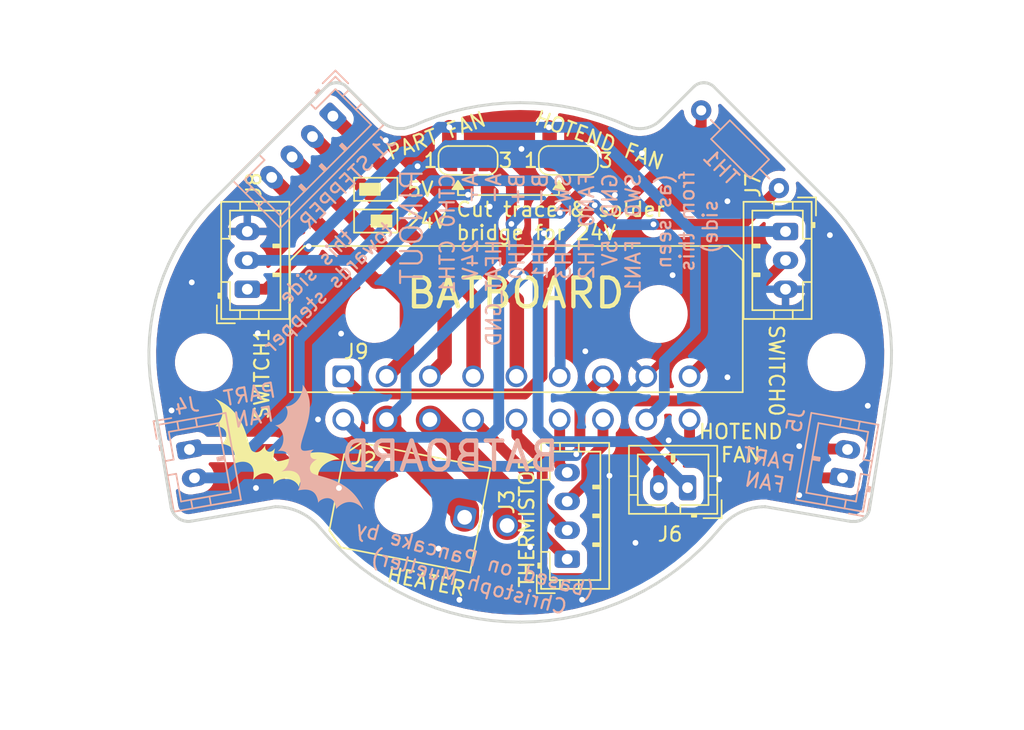
<source format=kicad_pcb>
(kicad_pcb (version 20211014) (generator pcbnew)
  (layers (0 "F.Cu" signal) (31 "B.Cu" signal) (34 "B.Paste" user) (35 "F.Paste" user) (36 "B.SilkS" user "B.Silkscreen") (37 "F.SilkS" user "F.Silkscreen") (38 "B.Mask" user) (39 "F.Mask" user) (44 "Edge.Cuts" user))
  (net 0 "")
  (net 1 "/B-")
  (net 2 "/B+")
  (net 3 "/A-")
  (net 4 "/A+")
  (net 5 "/therm1")
  (net 6 "/therm0")
  (net 7 "/fan0")
  (net 8 "+5V")
  (net 9 "/fan1")
  (net 10 "GND")
  (net 11 "/sw0")
  (net 12 "/sw1")
  (net 13 "/heat_gnd")
  (net 14 "+24V")
  (net 15 "/VFAN0")
  (net 16 "/VFAN1")
  (net 17 "/ctherm0")
  (net 18 "/ctherm1")
  (net 19 "/therm2")
  (net 20 "/therm3")
  (footprint "Connector_Molex:Molex_Micro-Fit_3.0_43045-0200_2x01_P3.00mm_Horizontal" (layer "F.Cu") (at 96.26 110.73 79)
    (fp_text reference "J2")
    (fp_text value "Conn_01x02_Female")
  )
  (footprint "Connector_JST:JST_PH_B4B-PH-K_1x04_P2.00mm_Vertical" (layer "F.Cu") (at 103.37 113.63 90)
    (fp_text reference "J3")
    (fp_text value "Conn_01x04_Female")
  )
  (footprint "Connector_JST:JST_PH_B2B-PH-K_1x02_P2.00mm_Vertical" (layer "F.Cu") (at 111.71 108.68 180)
    (fp_text reference "J6")
    (fp_text value "Conn_01x02_Female")
  )
  (footprint "Connector_JST:JST_PH_B3B-PH-K_1x03_P2.00mm_Vertical" (layer "F.Cu") (at 118.5 90.925 -90)
    (fp_text reference "J7")
    (fp_text value "Conn_01x03_Female")
  )
  (footprint "Connector_JST:JST_PH_B3B-PH-K_1x03_P2.00mm_Vertical" (layer "F.Cu") (at 81.2 94.925 90)
    (fp_text reference "J8")
    (fp_text value "Conn_01x03_Female")
  )
  (footprint "Connector_Molex:Molex_Micro-Fit_3.0_43045-1800_2x09_P3.00mm_Horizontal" (layer "F.Cu") (at 87.85 100.96)
    (fp_text reference "J9")
    (fp_text value "Conn_02x09_Counter_Clockwise")
  )
  (footprint "Jumper:SolderJumper-3_P1.3mm_Bridged12_RoundedPad1.0x1.5mm_NumberLabels" (layer "F.Cu") (at 96.5 86)
    (fp_text reference "J10" hide)
    (fp_text value "Conn_01x03_Female")
  )
  (footprint "Jumper:SolderJumper-3_P1.3mm_Bridged12_RoundedPad1.0x1.5mm_NumberLabels" (layer "F.Cu") (at 103.45 86)
    (fp_text reference "J11" hide)
    (fp_text value "Conn_01x03_Female")
  )
  (footprint "MountingHole:MountingHole_3mm" (layer "F.Cu") (at 122.03 99.99)
    (fp_text reference "REF**" hide)
    (fp_text value "MountingHole_3mm")
  )
  (footprint "MountingHole:MountingHole_3mm" (layer "F.Cu") (at 78.19 100)
    (fp_text reference "REF**" hide)
    (fp_text value "MountingHole_3mm")
  )
  (footprint "logos:Bat_Logo" (layer "F.Cu") (at 78.91 101.22)
    (fp_text reference "svg2mod" hide)
    (fp_text value "G***" hide)
  )
  (footprint "Connector_JST:JST_PH_B4B-PH-K_1x04_P2.00mm_Vertical" (layer "B.Cu") (at 87.13 82.93 -135)
    (fp_text reference "J1")
    (fp_text value "Conn_01x04_Female")
  )
  (footprint "Connector_JST:JST_PH_B2B-PH-K_1x02_P2.00mm_Vertical" (layer "B.Cu") (at 77.19 106.03 -80)
    (fp_text reference "J4")
    (fp_text value "Conn_01x02_Female")
  )
  (footprint "Connector_JST:JST_PH_B2B-PH-K_1x02_P2.00mm_Vertical" (layer "B.Cu") (at 122.45 108 80)
    (fp_text reference "J5")
    (fp_text value "Conn_01x02_Female")
  )
  (footprint "Resistor_THT:R_Axial_DIN0204_L3.6mm_D1.6mm_P7.62mm_Horizontal" (layer "B.Cu") (at 112.655924 82.530924 -45)
    (fp_text reference "TH1")
    (fp_text value "Thermistor_NTC")
  )
  (footprint "logos:Bat_Logo" (layer "B.Cu") (at 90.539639 110.234766 90)
    (fp_text reference "svg2mod" hide)
    (fp_text value "G***" hide)
  )
  (gr_line (start 95.8 88) (end 95.8 88.4) (layer "F.SilkS") (width 0.12))
  (gr_line (start 91.6 87.2) (end 88.6 87.2) (layer "F.SilkS") (width 0.12))
  (gr_poly (pts (xy 91.2 90.6) (xy 89.8 90.6) (xy 89.8 89.8) (xy 91.2 89.8)) (layer "F.SilkS") (width 0.1) (fill solid))
  (gr_line (start 91.6 89.4) (end 88.6 89.4) (layer "F.SilkS") (width 0.12))
  (gr_line (start 88.6 91) (end 91.6 91) (layer "F.SilkS") (width 0.12))
  (gr_line (start 88.6 89.4) (end 88.6 91) (layer "F.SilkS") (width 0.12))
  (gr_line (start 91.6 91) (end 91.6 89.4) (layer "F.SilkS") (width 0.12))
  (gr_poly (pts (xy 96.2 88) (xy 95.4 88) (xy 95.8 87.4)) (layer "F.SilkS") (width 0.1) (fill solid))
  (gr_line (start 102.8 88) (end 102.8 88.4) (layer "F.SilkS") (width 0.12))
  (gr_line (start 88.6 88.8) (end 91.6 88.8) (layer "F.SilkS") (width 0.12))
  (gr_line (start 91.6 88.8) (end 91.6 87.2) (layer "F.SilkS") (width 0.12))
  (gr_line (start 88.6 87.2) (end 88.6 88.8) (layer "F.SilkS") (width 0.12))
  (gr_line (start 102.8 88.4) (end 95.8 88.4) (layer "F.SilkS") (width 0.12))
  (gr_poly (pts (xy 90.4 88.4) (xy 89 88.4) (xy 89 87.6) (xy 90.4 87.6)) (layer "F.SilkS") (width 0.1) (fill solid))
  (gr_line (start 95.8 88.4) (end 95.8 88) (layer "F.SilkS") (width 0.12))
  (gr_poly (pts (xy 103.2 88) (xy 102.4 88) (xy 102.8 87.4)) (layer "F.SilkS") (width 0.1) (fill solid))
  (gr_line (start 103.911834 82.401619) (end 102.969028 82.224177) (layer "Edge.Cuts") (width 0.2))
  (gr_line (start 76.38747 110.771757) (end 76.438805 110.808068) (layer "Edge.Cuts") (width 0.2))
  (gr_line (start 94.258689 117.017922) (end 95.199036 117.312793) (layer "Edge.Cuts") (width 0.2))
  (gr_line (start 87.714623 80.667351) (end 87.668519 80.652479) (layer "Edge.Cuts") (width 0.2))
  (gr_line (start 87.934038 80.776032) (end 87.891932 80.74972) (layer "Edge.Cuts") (width 0.2))
  (gr_line (start 95.199036 117.312793) (end 96.156164 117.556207) (layer "Edge.Cuts") (width 0.2))
  (gr_line (start 108.46792 83.797836) (end 108.317883 83.79662) (layer "Edge.Cuts") (width 0.2))
  (gr_line (start 123.672433 110.947499) (end 123.71529 110.92989) (layer "Edge.Cuts") (width 0.2))
  (gr_line (start 124.311699 110.196069) (end 125.311699 103.996049) (layer "Edge.Cuts") (width 0.2))
  (gr_line (start 76.125924 92.387387) (end 75.735343 93.179196) (layer "Edge.Cuts") (width 0.2))
  (gr_line (start 76.338283 110.733051) (end 76.38747 110.771757) (layer "Edge.Cuts") (width 0.2))
  (gr_line (start 86.887103 112.207131) (end 87.584675 112.921856) (layer "Edge.Cuts") (width 0.2))
  (gr_line (start 114.808568 110.705064) (end 114.631489 110.83471) (layer "Edge.Cuts") (width 0.2))
  (gr_line (start 97.254377 82.224177) (end 96.311571 82.401619) (layer "Edge.Cuts") (width 0.2))
  (gr_line (start 97.128034 117.747203) (end 98.112606 117.884818) (layer "Edge.Cuts") (width 0.2))
  (gr_line (start 113.336302 112.207131) (end 113.996705 111.450563) (layer "Edge.Cuts") (width 0.2))
  (gr_line (start 76.717191 110.94709) (end 76.776111 110.966029) (layer "Edge.Cuts") (width 0.2))
  (gr_line (start 121.453301 88.81067) (end 121.453301 88.81067) (layer "Edge.Cuts") (width 0.2))
  (gr_line (start 74.419896 98.278155) (end 74.513166 97.398027) (layer "Edge.Cuts") (width 0.2))
  (gr_line (start 85.231309 110.585571) (end 85.414835 110.705064) (layer "Edge.Cuts") (width 0.2))
  (gr_line (start 86.676705 80.904161) (end 78.770104 88.81067) (layer "Edge.Cuts") (width 0.2))
  (gr_line (start 88.053599 80.868696) (end 88.01496 80.83552) (layer "Edge.Cuts") (width 0.2))
  (gr_line (start 123.2062 111.011369) (end 123.255021 111.014816) (layer "Edge.Cuts") (width 0.2))
  (gr_line (start 76.896252 110.994865) (end 76.957239 111.004716) (layer "Edge.Cuts") (width 0.2))
  (gr_line (start 121.453301 88.81067) (end 113.5467 80.904161) (layer "Edge.Cuts") (width 0.2))
  (gr_line (start 86.2267 111.450563) (end 86.079939 111.282436) (layer "Edge.Cuts") (width 0.2))
  (gr_line (start 92.07 83.784082) (end 91.606143 83.787844) (layer "Edge.Cuts") (width 0.2))
  (gr_line (start 96.311571 82.401619) (end 95.377026 82.629759) (layer "Edge.Cuts") (width 0.2))
  (gr_line (start 124.191743 110.507235) (end 124.214592 110.466205) (layer "Edge.Cuts") (width 0.2))
  (gr_line (start 124.167148 110.547009) (end 124.191743 110.507235) (layer "Edge.Cuts") (width 0.2))
  (gr_line (start 122.646359 90.15598) (end 122.071917 89.46761) (layer "Edge.Cuts") (width 0.2))
  (gr_line (start 109.194801 83.638145) (end 109.054678 83.691796) (layer "Edge.Cuts") (width 0.2))
  (gr_line (start 92.436491 116.277653) (end 93.33716 116.672554) (layer "Edge.Cuts") (width 0.2))
  (gr_line (start 75.923983 110.057742) (end 75.939319 110.118431) (layer "Edge.Cuts") (width 0.2))
  (gr_line (start 87.192806 80.629599) (end 87.145724 80.639895) (layer "Edge.Cuts") (width 0.2))
  (gr_line (start 112.289367 80.776032) (end 112.331473 80.74972) (layer "Edge.Cuts") (width 0.2))
  (gr_line (start 122.97197 111.009095) (end 122.925435 111.003294) (layer "Edge.Cuts") (width 0.2))
  (gr_line (start 76.246617 110.648863) (end 76.291311 110.692053) (layer "Edge.Cuts") (width 0.2))
  (gr_line (start 112.208445 80.83552) (end 112.169806 80.868696) (layer "Edge.Cuts") (width 0.2))
  (gr_line (start 87.335831 80.612439) (end 87.287949 80.615871) (layer "Edge.Cuts") (width 0.2))
  (gr_line (start 87.52736 80.621591) (end 87.479655 80.615871) (layer "Edge.Cuts") (width 0.2))
  (gr_line (start 86.792531 80.804632) (end 86.752649 80.83552) (layer "Edge.Cuts") (width 0.2))
  (gr_line (start 115.376675 110.377902) (end 115.181614 110.476446) (layer "Edge.Cuts") (width 0.2))
  (gr_line (start 124.08347 110.658353) (end 124.112952 110.622611) (layer "Edge.Cuts") (width 0.2))
  (gr_line (start 125.768083 100.951163) (end 125.833149 100.056951) (layer "Edge.Cuts") (width 0.2))
  (gr_line (start 112.169806 80.868696) (end 112.1325 80.904161) (layer "Edge.Cuts") (width 0.2))
  (gr_line (start 123.159327 111.014485) (end 123.2062 111.011369) (layer "Edge.Cuts") (width 0.2))
  (gr_line (start 77.328595 110.998499) (end 77.390297 110.986367) (layer "Edge.Cuts") (width 0.2))
  (gr_line (start 123.065513 111.015357) (end 123.018681 111.013116) (layer "Edge.Cuts") (width 0.2))
  (gr_line (start 122.833108 110.986367) (end 117.082306 109.996064) (layer "Edge.Cuts") (width 0.2))
  (gr_line (start 74.574608 101.845613) (end 74.574608 101.845613) (layer "Edge.Cuts") (width 0.2))
  (gr_line (start 100.111702 81.996038) (end 99.156507 82.021386) (layer "Edge.Cuts") (width 0.2))
  (gr_line (start 77.266643 111.007424) (end 77.328595 110.998499) (layer "Edge.Cuts") (width 0.2))
  (gr_line (start 77.142458 111.01574) (end 77.204558 111.013163) (layer "Edge.Cuts") (width 0.2))
  (gr_line (start 102.110799 117.884818) (end 103.095371 117.747203) (layer "Edge.Cuts") (width 0.2))
  (gr_line (start 85.231309 110.585571) (end 85.041788 110.476446) (layer "Edge.Cuts") (width 0.2))
  (gr_line (start 123.35161 111.014849) (end 123.399261 111.011522) (layer "Edge.Cuts") (width 0.2))
  (gr_line (start 76.563546 91.618097) (end 77.047492 90.873552) (layer "Edge.Cuts") (width 0.2))
  (gr_line (start 85.414835 110.705064) (end 85.591914 110.83471) (layer "Edge.Cuts") (width 0.2))
  (gr_line (start 105.024369 117.312793) (end 105.964716 117.017922) (layer "Edge.Cuts") (width 0.2))
  (gr_line (start 103.095371 117.747203) (end 104.067241 117.556207) (layer "Edge.Cuts") (width 0.2))
  (gr_line (start 100.111702 117.996064) (end 100.111702 117.996064) (layer "Edge.Cuts") (width 0.2))
  (gr_line (start 87.099086 80.652479) (end 87.052982 80.667351) (layer "Edge.Cuts") (width 0.2))
  (gr_line (start 123.538929 110.988691) (end 123.584194 110.976943) (layer "Edge.Cuts") (width 0.2))
  (gr_line (start 87.760106 80.684511) (end 87.714623 80.667351) (layer "Edge.Cuts") (width 0.2))
  (gr_line (start 112.935456 80.615871) (end 112.983161 80.621591) (layer "Edge.Cuts") (width 0.2))
  (gr_line (start 124.020033 110.7255) (end 124.052477 110.692664) (layer "Edge.Cuts") (width 0.2))
  (gr_line (start 85.041788 110.476446) (end 84.846726 110.377902) (layer "Edge.Cuts") (width 0.2))
  (gr_line (start 87.479655 80.615871) (end 87.431773 80.612439) (layer "Edge.Cuts") (width 0.2))
  (gr_line (start 76.776111 110.966029) (end 76.835837 110.981961) (layer "Edge.Cuts") (width 0.2))
  (gr_line (start 124.311699 110.196069) (end 124.311699 110.196069) (layer "Edge.Cuts") (width 0.2))
  (gr_line (start 108.0183 83.760103) (end 107.870042 83.724569) (layer "Edge.Cuts") (width 0.2))
  (gr_line (start 102.020028 82.097433) (end 101.066898 82.021386) (layer "Edge.Cuts") (width 0.2))
  (gr_line (start 109.331009 83.573869) (end 109.194801 83.638145) (layer "Edge.Cuts") (width 0.2))
  (gr_line (start 123.914578 110.814728) (end 123.951024 110.786576) (layer "Edge.Cuts") (width 0.2))
  (gr_line (start 117.082306 109.996064) (end 117.082306 109.996064) (layer "Edge.Cuts") (width 0.2))
  (gr_line (start 75.939319 110.118431) (end 75.957648 110.17803) (layer "Edge.Cuts") (width 0.2))
  (gr_line (start 123.584194 110.976943) (end 123.628715 110.963197) (layer "Edge.Cuts") (width 0.2))
  (gr_line (start 123.255021 111.014816) (end 123.30351 111.015961) (layer "Edge.Cuts") (width 0.2))
  (gr_line (start 112.248328 80.804632) (end 112.208445 80.83552) (layer "Edge.Cuts") (width 0.2))
  (gr_line (start 76.491929 110.841708) (end 76.546448 110.872453) (layer "Edge.Cuts") (width 0.2))
  (gr_line (start 125.36895 103.617122) (end 125.395429 103.42735) (layer "Edge.Cuts") (width 0.2))
  (gr_line (start 76.00303 110.293561) (end 76.029951 110.349291) (layer "Edge.Cuts") (width 0.2))
  (gr_line (start 125.803509 98.278155) (end 125.710238 97.398027) (layer "Edge.Cuts") (width 0.2))
  (gr_line (start 117.082306 109.996064) (end 117.082306 109.996064) (layer "Edge.Cuts") (width 0.2))
  (gr_line (start 76.835837 110.981961) (end 76.896252 110.994865) (layer "Edge.Cuts") (width 0.2))
  (gr_line (start 74.390259 100.056951) (end 74.378688 99.165206) (layer "Edge.Cuts") (width 0.2))
  (gr_line (start 86.833569 80.776032) (end 86.792531 80.804632) (layer "Edge.Cuts") (width 0.2))
  (gr_line (start 106.886245 116.672554) (end 107.786914 116.277653) (layer "Edge.Cuts") (width 0.2))
  (gr_line (start 124.235635 110.423962) (end 124.254814 110.380549) (layer "Edge.Cuts") (width 0.2))
  (gr_line (start 86.875674 80.74972) (end 86.833569 80.776032) (layer "Edge.Cuts") (width 0.2))
  (gr_line (start 83.80415 110.051361) (end 83.585353 110.020783) (layer "Edge.Cuts") (width 0.2))
  (gr_line (start 75.957648 110.17803) (end 75.978907 110.23644) (layer "Edge.Cuts") (width 0.2))
  (gr_line (start 124.28734 110.290387) (end 124.30057 110.243726) (layer "Edge.Cuts") (width 0.2))
  (gr_line (start 86.676705 80.904161) (end 86.676705 80.904161) (layer "Edge.Cuts") (width 0.2))
  (gr_line (start 89.88002 114.805355) (end 90.705881 115.343092) (layer "Edge.Cuts") (width 0.2))
  (gr_line (start 124.09748 92.387387) (end 123.659858 91.618097) (layer "Edge.Cuts") (width 0.2))
  (gr_line (start 114.631489 110.83471) (end 114.461311 110.974296) (layer "Edge.Cuts") (width 0.2))
  (gr_line (start 107.723665 83.677361) (end 107.651382 83.649343) (layer "Edge.Cuts") (width 0.2))
  (gr_line (start 93.33716 116.672554) (end 94.258689 117.017922) (layer "Edge.Cuts") (width 0.2))
  (gr_line (start 117.082306 109.996064) (end 117.082306 109.996064) (layer "Edge.Cuts") (width 0.2))
  (gr_line (start 94.452806 82.908596) (end 93.540976 83.238131) (layer "Edge.Cuts") (width 0.2))
  (gr_line (start 88.01496 80.83552) (end 87.975076 80.804632) (layer "Edge.Cuts") (width 0.2))
  (gr_line (start 85.591914 110.83471) (end 85.762094 110.974296) (layer "Edge.Cuts") (width 0.2))
  (gr_line (start 87.804878 80.703959) (end 87.760106 80.684511) (layer "Edge.Cuts") (width 0.2))
  (gr_line (start 86.2267 111.450563) (end 86.2267 111.450563) (layer "Edge.Cuts") (width 0.2))
  (gr_line (start 74.574608 101.845613) (end 75.911706 109.996064) (layer "Edge.Cuts") (width 0.2))
  (gr_line (start 112.839603 80.611295) (end 112.887574 80.612439) (layer "Edge.Cuts") (width 0.2))
  (gr_line (start 109.767612 83.266926) (end 109.709705 83.318466) (layer "Edge.Cuts") (width 0.2))
  (gr_line (start 87.007499 80.684511) (end 86.962728 80.703959) (layer "Edge.Cuts") (width 0.2))
  (gr_line (start 86.71401 80.868696) (end 86.676705 80.904161) (layer "Edge.Cuts") (width 0.2))
  (gr_line (start 75.911706 109.996064) (end 75.923983 110.057742) (layer "Edge.Cuts") (width 0.2))
  (gr_line (start 125.125227 94.821454) (end 124.830882 93.991294) (layer "Edge.Cuts") (width 0.2))
  (gr_line (start 87.145724 80.639895) (end 87.099086 80.652479) (layer "Edge.Cuts") (width 0.2))
  (gr_line (start 76.164326 110.556304) (end 76.204267 110.60358) (layer "Edge.Cuts") (width 0.2))
  (gr_line (start 116.638052 110.020783) (end 116.859221 110.00228) (layer "Edge.Cuts") (width 0.2))
  (gr_line (start 116.638045 110.020783) (end 116.419248 110.051361) (layer "Edge.Cuts") (width 0.2))
  (gr_line (start 115.78161 110.213409) (end 115.576825 110.290152) (layer "Edge.Cuts") (width 0.2))
  (gr_line (start 76.204267 110.60358) (end 76.246617 110.648863) (layer "Edge.Cuts") (width 0.2))
  (gr_line (start 123.399261 111.011522) (end 123.446404 111.006025) (layer "Edge.Cuts") (width 0.2))
  (gr_line (start 105.770599 82.908596) (end 104.846379 82.629759) (layer "Edge.Cuts") (width 0.2))
  (gr_line (start 112.554886 80.652479) (end 112.601525 80.639895) (layer "Edge.Cuts") (width 0.2))
  (gr_line (start 112.508782 80.667351) (end 112.463299 80.684511) (layer "Edge.Cuts") (width 0.2))
  (gr_line (start 125.420502 103.237382) (end 125.420502 103.237382) (layer "Edge.Cuts") (width 0.2))
  (gr_line (start 98.203377 82.097433) (end 97.254377 82.224177) (layer "Edge.Cuts") (width 0.2))
  (gr_line (start 78.151488 89.46761) (end 78.770104 88.81067) (layer "Edge.Cuts") (width 0.2))
  (gr_line (start 125.311699 103.996049) (end 125.341047 103.806691) (layer "Edge.Cuts") (width 0.2))
  (gr_line (start 76.291311 110.692053) (end 76.338283 110.733051) (layer "Edge.Cuts") (width 0.2))
  (gr_line (start 87.891932 80.74972) (end 87.848849 80.725696) (layer "Edge.Cuts") (width 0.2))
  (gr_line (start 113.470756 80.83552) (end 113.509395 80.868696) (layer "Edge.Cuts") (width 0.2))
  (gr_line (start 84.020124 110.0938) (end 84.232822 110.147888) (layer "Edge.Cuts") (width 0.2))
  (gr_line (start 95.377026 82.629759) (end 94.452806 82.908596) (layer "Edge.Cuts") (width 0.2))
  (gr_line (start 113.170423 80.667351) (end 113.215906 80.684511) (layer "Edge.Cuts") (width 0.2))
  (gr_line (start 122.87913 110.995718) (end 122.833108 110.986367) (layer "Edge.Cuts") (width 0.2))
  (gr_line (start 123.951024 110.786576) (end 123.986195 110.756819) (layer "Edge.Cuts") (width 0.2))
  (gr_line (start 76.602242 110.900279) (end 76.659196 110.925166) (layer "Edge.Cuts") (width 0.2))
  (gr_line (start 112.648607 80.629599) (end 112.696045 80.621591) (layer "Edge.Cuts") (width 0.2))
  (gr_line (start 87.052982 80.667351) (end 87.007499 80.684511) (layer "Edge.Cuts") (width 0.2))
  (gr_line (start 123.876916 110.841232) (end 123.914578 110.814728) (layer "Edge.Cuts") (width 0.2))
  (gr_line (start 123.446404 111.006025) (end 123.492979 110.9984) (layer "Edge.Cuts") (width 0.2))
  (gr_line (start 108.617262 83.787844) (end 108.46792 83.797836) (layer "Edge.Cuts") (width 0.2))
  (gr_line (start 112.508782 80.667351) (end 112.554886 80.652479) (layer "Edge.Cuts") (width 0.2))
  (gr_line (start 114.461311 110.974296) (end 114.298485 111.123609) (layer "Edge.Cuts") (width 0.2))
  (gr_line (start 112.289367 80.776032) (end 112.248328 80.804632) (layer "Edge.Cuts") (width 0.2))
  (gr_line (start 87.848849 80.725696) (end 87.804878 80.703959) (layer "Edge.Cuts") (width 0.2))
  (gr_line (start 87.383802 80.611295) (end 87.335831 80.612439) (layer "Edge.Cuts") (width 0.2))
  (gr_line (start 75.978907 110.23644) (end 76.00303 110.293561) (layer "Edge.Cuts") (width 0.2))
  (gr_line (start 76.438805 110.808068) (end 76.491929 110.841708) (layer "Edge.Cuts") (width 0.2))
  (gr_line (start 124.052477 110.692664) (end 124.08347 110.658353) (layer "Edge.Cuts") (width 0.2))
  (gr_line (start 109.462658 83.499086) (end 109.331009 83.573869) (layer "Edge.Cuts") (width 0.2))
  (gr_line (start 125.420502 103.237382) (end 125.648804 101.845613) (layer "Edge.Cuts") (width 0.2))
  (gr_line (start 104.846379 82.629759) (end 103.911834 82.401619) (layer "Edge.Cuts") (width 0.2))
  (gr_line (start 84.020124 110.0938) (end 83.80415 110.051361) (layer "Edge.Cuts") (width 0.2))
  (gr_line (start 87.287949 80.615871) (end 87.240244 80.621591) (layer "Edge.Cuts") (width 0.2))
  (gr_line (start 93.540976 83.238131) (end 92.643601 83.618364) (layer "Edge.Cuts") (width 0.2))
  (gr_line (start 102.969028 82.224177) (end 102.020028 82.097433) (layer "Edge.Cuts") (width 0.2))
  (gr_line (start 87.574798 80.629599) (end 87.52736 80.621591) (layer "Edge.Cuts") (width 0.2))
  (gr_line (start 101.115563 117.968093) (end 102.110799 117.884818) (layer "Edge.Cuts") (width 0.2))
  (gr_line (start 75.392521 93.991294) (end 75.098176 94.821454) (layer "Edge.Cuts") (width 0.2))
  (gr_line (start 76.126859 110.507138) (end 76.164326 110.556304) (layer "Edge.Cuts") (width 0.2))
  (gr_line (start 75.735343 93.179196) (end 75.392521 93.991294) (layer "Edge.Cuts") (width 0.2))
  (gr_line (start 124.272068 110.336009) (end 124.28734 110.290387) (layer "Edge.Cuts") (width 0.2))
  (gr_line (start 113.304648 80.725696) (end 113.347731 80.74972) (layer "Edge.Cuts") (width 0.2))
  (gr_line (start 83.585353 110.020783) (end 83.364184 110.00228) (layer "Edge.Cuts") (width 0.2))
  (gr_line (start 125.833149 100.056951) (end 125.844718 99.165206) (layer "Edge.Cuts") (width 0.2))
  (gr_line (start 96.156164 117.556207) (end 97.128034 117.747203) (layer "Edge.Cuts") (width 0.2))
  (gr_line (start 125.311699 103.996049) (end 125.311699 103.996049) (layer "Edge.Cuts") (width 0.2))
  (gr_line (start 111.906027 113.593776) (end 112.63873 112.921856) (layer "Edge.Cuts") (width 0.2))
  (gr_line (start 74.574608 101.845613) (end 74.455327 100.951163) (layer "Edge.Cuts") (width 0.2))
  (gr_line (start 115.990577 110.147888) (end 115.78161 110.213409) (layer "Edge.Cuts") (width 0.2))
  (gr_line (start 113.260677 80.703959) (end 113.304648 80.725696) (layer "Edge.Cuts") (width 0.2))
  (gr_line (start 88.090905 80.904161) (end 88.053599 80.868696) (layer "Edge.Cuts") (width 0.2))
  (gr_line (start 77.047492 90.873552) (end 77.577045 90.15598) (layer "Edge.Cuts") (width 0.2))
  (gr_line (start 112.696045 80.621591) (end 112.74375 80.615871) (layer "Edge.Cuts") (width 0.2))
  (gr_line (start 99.156507 82.021386) (end 98.203377 82.097433) (layer "Edge.Cuts") (width 0.2))
  (gr_line (start 111.140232 114.221929) (end 111.906027 113.593776) (layer "Edge.Cuts") (width 0.2))
  (gr_line (start 101.066898 82.021386) (end 100.111702 81.996038) (layer "Edge.Cuts") (width 0.2))
  (gr_line (start 108.911285 83.734708) (end 108.765265 83.766763) (layer "Edge.Cuts") (width 0.2))
  (gr_line (start 114.992094 110.585571) (end 114.808568 110.705064) (layer "Edge.Cuts") (width 0.2))
  (gr_line (start 87.62188 80.639895) (end 87.574798 80.629599) (layer "Edge.Cuts") (width 0.2))
  (gr_line (start 87.975076 80.804632) (end 87.934038 80.776032) (layer "Edge.Cuts") (width 0.2))
  (gr_line (start 112.601525 80.639895) (end 112.648607 80.629599) (layer "Edge.Cuts") (width 0.2))
  (gr_line (start 76.029951 110.349291) (end 76.059607 110.403531) (layer "Edge.Cuts") (width 0.2))
  (gr_line (start 115.181614 110.476446) (end 114.992094 110.585571) (layer "Edge.Cuts") (width 0.2))
  (gr_line (start 113.430874 80.804632) (end 113.470756 80.83552) (layer "Edge.Cuts") (width 0.2))
  (gr_line (start 112.74375 80.615871) (end 112.791632 80.612439) (layer "Edge.Cuts") (width 0.2))
  (gr_line (start 109.589105 83.413913) (end 109.462658 83.499086) (layer "Edge.Cuts") (width 0.2))
  (gr_line (start 86.752649 80.83552) (end 86.71401 80.868696) (layer "Edge.Cuts") (width 0.2))
  (gr_line (start 86.918757 80.725696) (end 86.875674 80.74972) (layer "Edge.Cuts") (width 0.2))
  (gr_line (start 86.2267 111.450563) (end 86.887103 112.207131) (layer "Edge.Cuts") (width 0.2))
  (gr_line (start 112.791632 80.612439) (end 112.839603 80.611295) (layer "Edge.Cuts") (width 0.2))
  (gr_line (start 100.111702 117.996064) (end 101.115563 117.968093) (layer "Edge.Cuts") (width 0.2))
  (gr_line (start 125.37038 95.667448) (end 125.125227 94.821454) (layer "Edge.Cuts") (width 0.2))
  (gr_line (start 123.986195 110.756819) (end 124.020033 110.7255) (layer "Edge.Cuts") (width 0.2))
  (gr_line (start 123.659858 91.618097) (end 123.175912 90.873552) (layer "Edge.Cuts") (width 0.2))
  (gr_line (start 99.107842 117.968093) (end 100.111702 117.996064) (layer "Edge.Cuts") (width 0.2))
  (gr_line (start 85.762094 110.974296) (end 85.92492 111.123609) (layer "Edge.Cuts") (width 0.2))
  (gr_line (start 77.204558 111.013163) (end 77.266643 111.007424) (layer "Edge.Cuts") (width 0.2))
  (gr_line (start 125.648804 101.845613) (end 125.768083 100.951163) (layer "Edge.Cuts") (width 0.2))
  (gr_line (start 112.418527 80.703959) (end 112.463299 80.684511) (layer "Edge.Cuts") (width 0.2))
  (gr_line (start 113.347731 80.74972) (end 113.389836 80.776032) (layer "Edge.Cuts") (width 0.2))
  (gr_line (start 109.823815 83.212861) (end 109.767612 83.266926) (layer "Edge.Cuts") (width 0.2))
  (gr_line (start 109.054678 83.691796) (end 108.911285 83.734708) (layer "Edge.Cuts") (width 0.2))
  (gr_line (start 106.682429 83.238131) (end 105.770599 82.908596) (layer "Edge.Cuts") (width 0.2))
  (gr_line (start 100.111702 117.996064) (end 100.111702 117.996064) (layer "Edge.Cuts") (width 0.2))
  (gr_line (start 123.757225 110.910416) (end 123.798181 110.889119) (layer "Edge.Cuts") (width 0.2))
  (gr_line (start 122.071917 89.46761) (end 121.453301 88.81067) (layer "Edge.Cuts") (width 0.2))
  (gr_line (start 113.124319 80.652479) (end 113.170423 80.667351) (layer "Edge.Cuts") (width 0.2))
  (gr_line (start 123.159327 111.014485) (end 123.112413 111.015814) (layer "Edge.Cuts") (width 0.2))
  (gr_line (start 108.317883 83.79662) (end 108.167795 83.784082) (layer "Edge.Cuts") (width 0.2))
  (gr_line (start 76.957239 111.004716) (end 77.018681 111.011494) (layer "Edge.Cuts") (width 0.2))
  (gr_line (start 85.92492 111.123609) (end 86.079939 111.282436) (layer "Edge.Cuts") (width 0.2))
  (gr_line (start 113.509395 80.868696) (end 113.5467 80.904161) (layer "Edge.Cuts") (width 0.2))
  (gr_line (start 83.364184 110.00228) (end 83.141099 109.996064) (layer "Edge.Cuts") (width 0.2))
  (gr_line (start 74.513166 97.398027) (end 74.65778 96.527049) (layer "Edge.Cuts") (width 0.2))
  (gr_line (start 112.63873 112.921856) (end 113.336302 112.207131) (layer "Edge.Cuts") (width 0.2))
  (gr_line (start 88.317378 113.593776) (end 89.083172 114.221929) (layer "Edge.Cuts") (width 0.2))
  (gr_line (start 125.844718 99.165206) (end 125.803509 98.278155) (layer "Edge.Cuts") (width 0.2))
  (gr_line (start 84.646576 110.290152) (end 84.846726 110.377902) (layer "Edge.Cuts") (width 0.2))
  (gr_line (start 110.343385 114.805355) (end 111.140232 114.221929) (layer "Edge.Cuts") (width 0.2))
  (gr_line (start 112.331473 80.74972) (end 112.374556 80.725696) (layer "Edge.Cuts") (width 0.2))
  (gr_line (start 113.077681 80.639895) (end 113.124319 80.652479) (layer "Edge.Cuts") (width 0.2))
  (gr_line (start 124.48806 93.179196) (end 124.09748 92.387387) (layer "Edge.Cuts") (width 0.2))
  (gr_line (start 78.151488 89.46761) (end 77.577045 90.15598) (layer "Edge.Cuts") (width 0.2))
  (gr_line (start 124.830882 93.991294) (end 124.48806 93.179196) (layer "Edge.Cuts") (width 0.2))
  (gr_line (start 87.584675 112.921856) (end 88.317378 113.593776) (layer "Edge.Cuts") (width 0.2))
  (gr_line (start 76.091931 110.45618) (end 76.126859 110.507138) (layer "Edge.Cuts") (width 0.2))
  (gr_line (start 84.44179 110.213409) (end 84.646576 110.290152) (layer "Edge.Cuts") (width 0.2))
  (gr_line (start 125.710238 97.398027) (end 125.565623 96.527049) (layer "Edge.Cuts") (width 0.2))
  (gr_line (start 112.887574 80.612439) (end 112.935456 80.615871) (layer "Edge.Cuts") (width 0.2))
  (gr_line (start 125.395429 103.42735) (end 125.420502 103.237382) (layer "Edge.Cuts") (width 0.2))
  (gr_line (start 124.112952 110.622611) (end 124.140864 110.585482) (layer "Edge.Cuts") (width 0.2))
  (gr_line (start 113.996705 111.450563) (end 113.996705 111.450563) (layer "Edge.Cuts") (width 0.2))
  (gr_line (start 91.606143 83.787844) (end 91.45814 83.766763) (layer "Edge.Cuts") (width 0.2))
  (gr_line (start 122.925435 111.003294) (end 122.87913 110.995718) (layer "Edge.Cuts") (width 0.2))
  (gr_line (start 123.30351 111.015961) (end 123.35161 111.014849) (layer "Edge.Cuts") (width 0.2))
  (gr_line (start 112.1325 80.904161) (end 109.823815 83.212861) (layer "Edge.Cuts") (width 0.2))
  (gr_line (start 114.143465 111.282436) (end 113.996705 111.450563) (layer "Edge.Cuts") (width 0.2))
  (gr_line (start 113.030599 80.629599) (end 113.077681 80.639895) (layer "Edge.Cuts") (width 0.2))
  (gr_line (start 91.028604 83.638145) (end 91.45814 83.766763) (layer "Edge.Cuts") (width 0.2))
  (gr_line (start 124.214592 110.466205) (end 124.235635 110.423962) (layer "Edge.Cuts") (width 0.2))
  (gr_line (start 87.431773 80.612439) (end 87.383802 80.611295) (layer "Edge.Cuts") (width 0.2))
  (gr_line (start 84.232822 110.147888) (end 84.44179 110.213409) (layer "Edge.Cuts") (width 0.2))
  (gr_line (start 113.996705 111.450563) (end 113.996705 111.450563) (layer "Edge.Cuts") (width 0.2))
  (gr_line (start 123.492979 110.9984) (end 123.538929 110.988691) (layer "Edge.Cuts") (width 0.2))
  (gr_line (start 124.254814 110.380549) (end 124.272068 110.336009) (layer "Edge.Cuts") (width 0.2))
  (gr_line (start 125.341047 103.806691) (end 125.36895 103.617122) (layer "Edge.Cuts") (width 0.2))
  (gr_line (start 108.765265 83.766763) (end 108.617262 83.787844) (layer "Edge.Cuts") (width 0.2))
  (gr_line (start 78.770104 88.81067) (end 78.770104 88.81067) (layer "Edge.Cuts") (width 0.2))
  (gr_line (start 123.628715 110.963197) (end 123.672433 110.947499) (layer "Edge.Cuts") (width 0.2))
  (gr_line (start 90.892396 83.573869) (end 90.6343 83.413913) (layer "Edge.Cuts") (width 0.2))
  (gr_line (start 76.125924 92.387387) (end 76.563546 91.618097) (layer "Edge.Cuts") (width 0.2))
  (gr_line (start 114.298485 111.123609) (end 114.143465 111.282436) (layer "Edge.Cuts") (width 0.2))
  (gr_line (start 77.390297 110.986367) (end 83.141099 109.996064) (layer "Edge.Cuts") (width 0.2))
  (gr_line (start 77.08046 111.015176) (end 77.142458 111.01574) (layer "Edge.Cuts") (width 0.2))
  (gr_line (start 74.378688 99.165206) (end 74.419896 98.278155) (layer "Edge.Cuts") (width 0.2))
  (gr_line (start 108.167795 83.784082) (end 108.0183 83.760103) (layer "Edge.Cuts") (width 0.2))
  (gr_line (start 112.983161 80.621591) (end 113.030599 80.629599) (layer "Edge.Cuts") (width 0.2))
  (gr_line (start 107.870042 83.724569) (end 107.723665 83.677361) (layer "Edge.Cuts") (width 0.2))
  (gr_line (start 90.6343 83.413913) (end 90.5137 83.318466) (layer "Edge.Cuts") (width 0.2))
  (gr_line (start 90.455793 83.266926) (end 88.090905 80.904161) (layer "Edge.Cuts") (width 0.2))
  (gr_line (start 107.651382 83.649343) (end 107.579812 83.618364) (layer "Edge.Cuts") (width 0.2))
  (gr_line (start 109.517524 115.343092) (end 110.343385 114.805355) (layer "Edge.Cuts") (width 0.2))
  (gr_line (start 91.028604 83.638145) (end 90.892396 83.573869) (layer "Edge.Cuts") (width 0.2))
  (gr_line (start 116.419248 110.051361) (end 116.203274 110.0938) (layer "Edge.Cuts") (width 0.2))
  (gr_line (start 116.203274 110.0938) (end 115.990577 110.147888) (layer "Edge.Cuts") (width 0.2))
  (gr_line (start 115.576825 110.290152) (end 115.376675 110.377902) (layer "Edge.Cuts") (width 0.2))
  (gr_line (start 109.823815 83.212861) (end 109.823815 83.212861) (layer "Edge.Cuts") (width 0.2))
  (gr_line (start 74.65778 96.527049) (end 74.853023 95.667448) (layer "Edge.Cuts") (width 0.2))
  (gr_line (start 90.705881 115.343092) (end 91.558718 115.834178) (layer "Edge.Cuts") (width 0.2))
  (gr_line (start 117.082299 109.996064) (end 116.859213 110.00228) (layer "Edge.Cuts") (width 0.2))
  (gr_line (start 76.659196 110.925166) (end 76.717191 110.94709) (layer "Edge.Cuts") (width 0.2))
  (gr_line (start 104.067241 117.556207) (end 105.024369 117.312793) (layer "Edge.Cuts") (width 0.2))
  (gr_line (start 123.71529 110.92989) (end 123.757225 110.910416) (layer "Edge.Cuts") (width 0.2))
  (gr_line (start 109.709705 83.318466) (end 109.589105 83.413913) (layer "Edge.Cuts") (width 0.2))
  (gr_line (start 112.418527 80.703959) (end 112.374556 80.725696) (layer "Edge.Cuts") (width 0.2))
  (gr_line (start 125.565623 96.527049) (end 125.37038 95.667448) (layer "Edge.Cuts") (width 0.2))
  (gr_line (start 92.643601 83.618364) (end 92.07 83.784082) (layer "Edge.Cuts") (width 0.2))
  (gr_line (start 113.215906 80.684511) (end 113.260677 80.703959) (layer "Edge.Cuts") (width 0.2))
  (gr_line (start 124.140864 110.585482) (end 124.167148 110.547009) (layer "Edge.Cuts") (width 0.2))
  (gr_line (start 122.97197 111.009095) (end 123.018681 111.013116) (layer "Edge.Cuts") (width 0.2))
  (gr_line (start 123.798181 110.889119) (end 123.838097 110.866043) (layer "Edge.Cuts") (width 0.2))
  (gr_line (start 91.558718 115.834178) (end 92.436491 116.277653) (layer "Edge.Cuts") (width 0.2))
  (gr_line (start 98.112606 117.884818) (end 99.107842 117.968093) (layer "Edge.Cuts") (width 0.2))
  (gr_line (start 74.455327 100.951163) (end 74.390259 100.056951) (layer "Edge.Cuts") (width 0.2))
  (gr_line (start 123.112413 111.015814) (end 123.065513 111.015357) (layer "Edge.Cuts") (width 0.2))
  (gr_line (start 107.579804 83.618364) (end 106.682429 83.238131) (layer "Edge.Cuts") (width 0.2))
  (gr_line (start 108.664687 115.834178) (end 109.517524 115.343092) (layer "Edge.Cuts") (width 0.2))
  (gr_line (start 113.996705 111.450563) (end 113.996705 111.450563) (layer "Edge.Cuts") (width 0.2))
  (gr_line (start 107.786914 116.277653) (end 108.664687 115.834178) (layer "Edge.Cuts") (width 0.2))
  (gr_line (start 105.964716 117.017922) (end 106.886245 116.672554) (layer "Edge.Cuts") (width 0.2))
  (gr_line (start 90.455793 83.266926) (end 90.5137 83.318466) (layer "Edge.Cuts") (width 0.2))
  (gr_line (start 76.546448 110.872453) (end 76.602242 110.900279) (layer "Edge.Cuts") (width 0.2))
  (gr_line (start 75.098176 94.821454) (end 74.853023 95.667448) (layer "Edge.Cuts") (width 0.2))
  (gr_line (start 123.175912 90.873552) (end 122.646359 90.15598) (layer "Edge.Cuts") (width 0.2))
  (gr_line (start 76.059607 110.403531) (end 76.091931 110.45618) (layer "Edge.Cuts") (width 0.2))
  (gr_line (start 113.389836 80.776032) (end 113.430874 80.804632) (layer "Edge.Cuts") (width 0.2))
  (gr_line (start 124.30057 110.243726) (end 124.311699 110.196069) (layer "Edge.Cuts") (width 0.2))
  (gr_line (start 89.083172 114.221929) (end 89.88002 114.805355) (layer "Edge.Cuts") (width 0.2))
  (gr_line (start 87.668519 80.652479) (end 87.62188 80.639895) (layer "Edge.Cuts") (width 0.2))
  (gr_line (start 87.240244 80.621591) (end 87.192806 80.629599) (layer "Edge.Cuts") (width 0.2))
  (gr_line (start 123.838097 110.866043) (end 123.876916 110.841232) (layer "Edge.Cuts") (width 0.2))
  (gr_line (start 77.018681 111.011494) (end 77.08046 111.015176) (layer "Edge.Cuts") (width 0.2))
  (gr_line (start 86.962728 80.703959) (end 86.918757 80.725696) (layer "Edge.Cuts") (width 0.2))
  (gr_text "PART\nFAN" (at 81.5 103 10) (layer "B.SilkS") (effects (font (size 1 1)) (justify mirror)))
  (gr_text "(based on Pancake by\nChristoph Mueller)" (at 96.78 114.43 -15) (layer "B.SilkS") (effects (font (size 1 1)) (justify mirror)))
  (gr_text "this side \ntowards stepper" (at 86.25 94.25 45) (layer "B.SilkS") (effects (font (size 1 1)) (justify mirror)))
  (gr_text "BATBOARD" (at 95.25 106.5) (layer "B.SilkS") (effects (font (size 2 2) (thickness 0.3)) (justify mirror)))
  (gr_text "(as seen \nfrom this \nside)" (at 111.675 90.6 90) (layer "B.SilkS") (effects (font (size 1 1)) (justify mirror)))
  (gr_text "PINOUT" (at 92.6 90.6 90) (layer "B.SilkS") (effects (font (size 1.5 1.5)) (justify mirror)))
  (gr_text "PART\nFAN" (at 117.2 107.5 -10) (layer "B.SilkS") (effects (font (size 1 1)) (justify mirror)))
  (gr_text "CTH1\n24V\nHEAT_GND\nTH0\nTH1\nTH3\nTH2\n5V\nFAN1" (at 101.5 91.4 90) (layer "B.SilkS") (effects (font (size 1 1)) (justify left mirror)))
  (gr_text "STEPPER" (at 87.4 88.2 45) (layer "B.SilkS") (effects (font (size 1 1)) (justify mirror)))
  (gr_text "CTH0\nA+\nA-\nB+\nB-\nSW1\nFAN0\nGND\nSW0" (at 101.5 86.8 90) (layer "B.SilkS") (effects (font (size 1 1)) (justify left mirror)))
  (gr_text "24V" (at 93.6 90.2) (layer "F.SilkS") (effects (font (size 1 1))))
  (gr_text "HOTEND\nFAN" (at 115.4 105.6) (layer "F.SilkS") (effects (font (size 1 1))))
  (gr_text "HEATER" (at 93.6 115.2 -11) (layer "F.SilkS") (effects (font (size 1 1))))
  (gr_text "THERMISTOR" (at 100.57 111.05 90) (layer "F.SilkS") (effects (font (size 1 1))))
  (gr_text "HOTEND FAN\n" (at 105.6 84.6 -20) (layer "F.SilkS") (effects (font (size 1 1))))
  (gr_text "Cut trace & solder\nbridge for 24V" (at 95.6 90.2) (layer "F.SilkS") (effects (font (size 1 1)) (justify left)))
  (gr_text "BATBOARD" (at 99.8 95.2) (layer "F.SilkS") (effects (font (size 2 2) (thickness 0.3))))
  (gr_text "5V" (at 93.2 88) (layer "F.SilkS") (effects (font (size 1 1))))
  (gr_text "PART FAN" (at 94.3 84.3 20) (layer "F.SilkS") (effects (font (size 1 1))))
  (gr_text "SWITCH1\n" (at 82.21 100.79 90) (layer "F.SilkS") (effects (font (size 1 1))))
  (gr_text "SWITCH0\n" (at 117.86 100.57 270) (layer "F.SilkS") (effects (font (size 1 1))))
  (segment (start 99.88 100.99) (end 99.88 95.68) (width 1) (layer "F.Cu") (net 1))
  (segment (start 99.88 95.68) (end 87.13 82.93) (width 1) (layer "F.Cu") (net 1))
  (segment (start 96.88 95.508428) (end 96.88 100.99) (width 1) (layer "F.Cu") (net 2))
  (segment (start 85.715786 84.344214) (end 96.88 95.508428) (width 1) (layer "F.Cu") (net 2))
  (segment (start 90.839999 92.296853) (end 84.301573 85.758427) (width 1) (layer "F.Cu") (net 3))
  (segment (start 90.846853 92.296853) (end 94.875 96.325) (width 1) (layer "F.Cu") (net 3))
  (segment (start 94.875 96.325) (end 94.875 99.935) (width 1) (layer "F.Cu") (net 3))
  (segment (start 94.875 99.935) (end 93.85 100.96) (width 1) (layer "F.Cu") (net 3))
  (segment (start 90.839999 92.296853) (end 90.846853 92.296853) (width 1) (layer "F.Cu") (net 3))
  (segment (start 92.259521 99.550479) (end 92.259521 95.708217) (width 1) (layer "F.Cu") (net 4))
  (segment (start 90.941783 94.390479) (end 90.105197 94.390479) (width 1) (layer "F.Cu") (net 4))
  (segment (start 90.105197 94.390479) (end 82.887359 87.172641) (width 1) (layer "F.Cu") (net 4))
  (segment (start 92.259521 95.708217) (end 90.941783 94.390479) (width 1) (layer "F.Cu") (net 4))
  (segment (start 90.85 100.96) (end 92.259521 99.550479) (width 1) (layer "F.Cu") (net 4))
  (segment (start 101.638954 109.898954) (end 101.638954 106.809614) (width 0.75) (layer "F.Cu") (net 5))
  (segment (start 101.638954 106.809614) (end 99.88 105.05066) (width 0.75) (layer "F.Cu") (net 5))
  (segment (start 99.88 103.99) (end 99.88 105.05066) (width 0.75) (layer "F.Cu") (net 5))
  (segment (start 103.37 111.63) (end 101.638954 109.898954) (width 0.75) (layer "F.Cu") (net 5))
  (segment (start 100.688943 110.948943) (end 103.37 113.63) (width 0.75) (layer "F.Cu") (net 6))
  (segment (start 96.85 103.96) (end 100.688943 107.798943) (width 0.75) (layer "F.Cu") (net 6))
  (segment (start 100.688943 107.798943) (end 100.688943 110.948943) (width 0.75) (layer "F.Cu") (net 6))
  (segment (start 107.554999 102.664999) (end 105.88 100.99) (width 0.75) (layer "F.Cu") (net 7))
  (segment (start 104.249999 102.620001) (end 104.249999 106.100001) (width 0.75) (layer "F.Cu") (net 7))
  (segment (start 117.6 104.5) (end 115.764999 102.664999) (width 0.75) (layer "F.Cu") (net 7))
  (segment (start 105.88 100.99) (end 104.249999 102.620001) (width 0.75) (layer "F.Cu") (net 7))
  (segment (start 122.766912 106) (end 121.4 106) (width 0.75) (layer "F.Cu") (net 7))
  (segment (start 115.764999 102.664999) (end 107.554999 102.664999) (width 0.75) (layer "F.Cu") (net 7))
  (segment (start 104 106.35) (end 104.249999 106.100001) (width 0.75) (layer "F.Cu") (net 7))
  (segment (start 104 106.36) (end 104 106.35) (width 0.75) (layer "F.Cu") (net 7))
  (segment (start 119.9 104.5) (end 117.6 104.5) (width 0.75) (layer "F.Cu") (net 7))
  (segment (start 122.797296 106.030384) (end 122.766912 106) (width 0.75) (layer "F.Cu") (net 7))
  (segment (start 121.4 106) (end 119.9 104.5) (width 0.75) (layer "F.Cu") (net 7))
  (via (at 104 106.36) (size 0.8) (drill 0.4) (layers "F.Cu" "B.Cu") (net 7))
  (segment (start 102.43048 106.44952) (end 104 106.44952) (width 0.75) (layer "B.Cu") (net 7))
  (segment (start 80.6 107.2) (end 101.68 107.2) (width 0.75) (layer "B.Cu") (net 7))
  (segment (start 101.68 107.2) (end 102.43048 106.44952) (width 0.75) (layer "B.Cu") (net 7))
  (segment (start 77.537296 107.999616) (end 79.800384 107.999616) (width 0.75) (layer "B.Cu") (net 7))
  (segment (start 79.800384 107.999616) (end 80.6 107.2) (width 0.75) (layer "B.Cu") (net 7))
  (segment (start 95.2 83.700006) (end 95.199994 83.7) (width 1) (layer "F.Cu") (net 8))
  (segment (start 81.2 94.925) (end 82.475 94.925) (width 0.75) (layer "F.Cu") (net 8))
  (segment (start 102.15 86) (end 102.15 83.750012) (width 1) (layer "F.Cu") (net 8))
  (segment (start 85.45 91.95) (end 82.475 94.925) (width 0.75) (layer "F.Cu") (net 8))
  (segment (start 95.2 86) (end 95.2 83.700006) (width 1) (layer "F.Cu") (net 8))
  (segment (start 102.15 83.750012) (end 102.099988 83.7) (width 1) (layer "F.Cu") (net 8))
  (via (at 102.099988 83.7) (size 0.8) (drill 0.4) (layers "F.Cu" "B.Cu") (net 8))
  (via (at 95.199994 83.7) (size 0.8) (drill 0.4) (layers "F.Cu" "B.Cu") (net 8))
  (via (at 85.45 91.95) (size 0.8) (drill 0.4) (layers "F.Cu" "B.Cu") (net 8))
  (segment (start 118.5 90.925) (end 112.025 90.925) (width 0.75) (layer "B.Cu") (net 8))
  (segment (start 104.8 83.7) (end 111.9625 90.8625) (width 0.75) (layer "B.Cu") (net 8))
  (segment (start 110.1 99.9) (end 110.1 102.71) (width 0.75) (layer "B.Cu") (net 8))
  (segment (start 102.099988 83.7) (end 104.8 83.7) (width 0.75) (layer "B.Cu") (net 8))
  (segment (start 110.1 102.71) (end 108.85 103.96) (width 0.75) (layer "B.Cu") (net 8))
  (segment (start 112.025 90.925) (end 111.9625 90.8625) (width 0.75) (layer "B.Cu") (net 8))
  (segment (start 94.5 83.7) (end 95.199994 83.7) (width 0.75) (layer "B.Cu") (net 8))
  (segment (start 92.8 85.4) (end 94.5 83.7) (width 0.75) (layer "B.Cu") (net 8))
  (segment (start 95.199994 83.7) (end 102.099988 83.7) (width 0.75) (layer "B.Cu") (net 8))
  (segment (start 92 85.4) (end 92.8 85.4) (width 0.75) (layer "B.Cu") (net 8))
  (segment (start 112.25 91.15) (end 112.25 97.75) (width 0.75) (layer "B.Cu") (net 8))
  (segment (start 112.25 97.75) (end 110.1 99.9) (width 0.75) (layer "B.Cu") (net 8))
  (segment (start 85.45 91.95) (end 92 85.4) (width 0.75) (layer "B.Cu") (net 8))
  (segment (start 111.9625 90.8625) (end 112.25 91.15) (width 0.75) (layer "B.Cu") (net 8))
  (segment (start 109.71 108.68) (end 109.71 107.54) (width 0.75) (layer "F.Cu") (net 9))
  (segment (start 111.85 105.4) (end 111.85 103.96) (width 0.75) (layer "F.Cu") (net 9))
  (segment (start 109.71 107.54) (end 111.85 105.4) (width 0.75) (layer "F.Cu") (net 9))
  (via (at 87.55 108.7) (size 0.8) (drill 0.4) (layers "F.Cu" "B.Cu") (net 10))
  (via (at 95.9 116.45) (size 0.8) (drill 0.4) (layers "F.Cu" "B.Cu") (net 10))
  (via (at 94.45 112.9) (size 0.8) (drill 0.4) (layers "F.Cu" "B.Cu") (net 10))
  (via (at 104.4 116.45) (size 0.8) (drill 0.4) (layers "F.Cu" "B.Cu") (net 10))
  (via (at 108.1 112.5) (size 0.8) (drill 0.4) (layers "F.Cu" "B.Cu") (net 10))
  (via (at 113.9 108.1) (size 0.8) (drill 0.4) (layers "F.Cu" "B.Cu") (net 10))
  (via (at 119.45 105.8) (size 0.8) (drill 0.4) (layers "F.Cu" "B.Cu") (net 10))
  (via (at 108.55 85.5) (size 0.8) (drill 0.4) (layers "F.Cu" "B.Cu") (net 10))
  (via (at 98 89.2) (size 0.8) (drill 0.4) (layers "F.Cu" "B.Cu") (net 10))
  (via (at 87.7 98) (size 0.8) (drill 0.4) (layers "F.Cu" "B.Cu") (net 10))
  (via (at 93 86.4) (size 0.8) (drill 0.4) (layers "F.Cu" "B.Cu") (net 10))
  (via (at 100.2 85.2) (size 0.8) (drill 0.4) (layers "F.Cu" "B.Cu") (net 10))
  (via (at 100.8 112.8) (size 0.8) (drill 0.4) (layers "F.Cu" "B.Cu") (net 10))
  (via (at 106.3 107.85) (size 0.8) (drill 0.4) (layers "F.Cu" "B.Cu") (net 10))
  (via (at 110.4 105.4) (size 0.8) (drill 0.4) (layers "F.Cu" "B.Cu") (net 10))
  (via (at 81.8 108.7) (size 0.8) (drill 0.4) (layers "F.Cu" "B.Cu") (net 10))
  (via (at 119.45 109.2) (size 0.8) (drill 0.4) (layers "F.Cu" "B.Cu") (net 10))
  (via (at 114.475 88.825) (size 0.8) (drill 0.4) (layers "F.Cu" "B.Cu") (net 10))
  (via (at 77.35 94.45) (size 0.8) (drill 0.4) (layers "F.Cu" "B.Cu") (net 10))
  (via (at 114.475 101.025) (size 0.8) (drill 0.4) (layers "F.Cu" "B.Cu") (net 10))
  (via (at 104.625 99.225) (size 0.8) (drill 0.4) (layers "F.Cu" "B.Cu") (net 10))
  (via (at 110.675 93.95) (size 0.8) (drill 0.4) (layers "F.Cu" "B.Cu") (net 10))
  (via (at 121.575 91.175) (size 0.8) (drill 0.4) (layers "F.Cu" "B.Cu") (net 10))
  (via (at 124.2 103) (size 0.8) (drill 0.4) (layers "F.Cu" "B.Cu") (net 10))
  (via (at 90.8 84.6) (size 0.8) (drill 0.4) (layers "F.Cu" "B.Cu") (net 10))
  (via (at 81.925 97.975) (size 0.8) (drill 0.4) (layers "F.Cu" "B.Cu") (net 10))
  (via (at 86.1 103.95) (size 0.8) (drill 0.4) (layers "F.Cu" "B.Cu") (net 10))
  (via (at 106.675 88.4) (size 0.8) (drill 0.4) (layers "F.Cu" "B.Cu") (net 10))
  (via (at 75.95 103.325) (size 0.8) (drill 0.4) (layers "F.Cu" "B.Cu") (net 10))
  (segment (start 86.1 104) (end 86.1 103.95) (width 0.75) (layer "B.Cu") (net 10))
  (segment (start 111.85 100.96) (end 114.65 98.16) (width 0.75) (layer "F.Cu") (net 11))
  (segment (start 114.65 98.16) (end 114.65 96.775) (width 0.75) (layer "F.Cu") (net 11))
  (segment (start 114.65 96.775) (end 118.5 92.925) (width 0.75) (layer "F.Cu") (net 11))
  (segment (start 88.465 92.925) (end 81.2 92.925) (width 0.75) (layer "B.Cu") (net 12))
  (segment (start 102.88 100.99) (end 102.88 91.47) (width 0.75) (layer "B.Cu") (net 12))
  (segment (start 104 90.35) (end 104 89.4) (width 0.75) (layer "B.Cu") (net 12))
  (segment (start 102.88 91.47) (end 104 90.35) (width 0.75) (layer "B.Cu") (net 12))
  (segment (start 93.99 87.4) (end 88.465 92.925) (width 0.75) (layer "B.Cu") (net 12))
  (segment (start 104 89.4) (end 102 87.4) (width 0.75) (layer "B.Cu") (net 12))
  (segment (start 102 87.4) (end 93.99 87.4) (width 0.75) (layer "B.Cu") (net 12))
  (segment (start 99.214423 109.324423) (end 93.88 103.99) (width 2) (layer "F.Cu") (net 13))
  (segment (start 99.204882 109.333964) (end 99.214423 109.324423) (width 2) (layer "F.Cu") (net 13))
  (segment (start 99.204882 111.302427) (end 99.204882 109.333964) (width 2) (layer "F.Cu") (net 13))
  (segment (start 104.75 87.747628) (end 102.859377 89.638251) (width 0.75) (layer "F.Cu") (net 14))
  (segment (start 90.88 104.858207) (end 90.88 103.99) (width 2) (layer "F.Cu") (net 14))
  (segment (start 96.26 110.73) (end 96.26 110.238207) (width 2) (layer "F.Cu") (net 14))
  (segment (start 104.75 86) (end 104.75 87.747628) (width 0.75) (layer "F.Cu") (net 14))
  (segment (start 99.5 87.7) (end 99.5 90.4) (width 0.75) (layer "F.Cu") (net 14))
  (segment (start 97.8 86) (end 99.5 87.7) (width 0.75) (layer "F.Cu") (net 14))
  (segment (start 96.26 110.238207) (end 90.88 104.858207) (width 2) (layer "F.Cu") (net 14))
  (via (at 99.5 90.4) (size 0.8) (drill 0.4) (layers "F.Cu" "B.Cu") (net 14))
  (via (at 102.859377 89.638251) (size 0.8) (drill 0.4) (layers "F.Cu" "B.Cu") (net 14))
  (segment (start 92.20501 102.66499) (end 92.20501 100.575992) (width 0.75) (layer "B.Cu") (net 14))
  (segment (start 100.261749 89.638251) (end 102.859377 89.638251) (width 0.75) (layer "B.Cu") (net 14))
  (segment (start 99.5 93.281002) (end 99.5 90.4) (width 0.75) (layer "B.Cu") (net 14))
  (segment (start 90.88 103.99) (end 92.20501 102.66499) (width 0.75) (layer "B.Cu") (net 14))
  (segment (start 99.5 90.4) (end 100.261749 89.638251) (width 0.75) (layer "B.Cu") (net 14))
  (segment (start 92.20501 100.575992) (end 99.5 93.281002) (width 0.75) (layer "B.Cu") (net 14))
  (segment (start 77.19 106.03) (end 83.03 106.03) (width 0.75) (layer "F.Cu") (net 15))
  (segment (start 91.975489 114.975489) (end 108.274511 114.975489) (width 0.75) (layer "F.Cu") (net 15))
  (segment (start 96.5 86) (end 96.5 88.375003) (width 0.75) (layer "F.Cu") (net 15))
  (segment (start 83.03 106.03) (end 91.975489 114.975489) (width 0.75) (layer "F.Cu") (net 15))
  (segment (start 108.274511 114.975489) (end 115.25 108) (width 0.75) (layer "F.Cu") (net 15))
  (segment (start 115.25 108) (end 122.45 108) (width 0.75) (layer "F.Cu") (net 15))
  (segment (start 96.5 88.375003) (end 96.499993 88.37501) (width 0.75) (layer "F.Cu") (net 15))
  (via (at 96.499993 88.37501) (size 0.8) (drill 0.4) (layers "F.Cu" "B.Cu") (net 15))
  (segment (start 77.19 106.03) (end 81.37 106.03) (width 0.75) (layer "B.Cu") (net 15))
  (segment (start 94.82499 88.37501) (end 96.499993 88.37501) (width 0.75) (layer "B.Cu") (net 15))
  (segment (start 81.37 106.03) (end 84.80001 102.59999) (width 0.75) (layer "B.Cu") (net 15))
  (segment (start 84.80001 98.39999) (end 94.82499 88.37501) (width 0.75) (layer "B.Cu") (net 15))
  (segment (start 84.80001 102.59999) (end 84.80001 98.39999) (width 0.75) (layer "B.Cu") (net 15))
  (segment (start 103.45 87.623401) (end 101.75 89.323401) (width 0.75) (layer "F.Cu") (net 16))
  (segment (start 103.45 86) (end 103.45 87.623401) (width 0.75) (layer "F.Cu") (net 16))
  (segment (start 101.75 89.323401) (end 101.75 91.05) (width 0.75) (layer "F.Cu") (net 16))
  (via (at 101.75 91.05) (size 0.8) (drill 0.4) (layers "F.Cu" "B.Cu") (net 16))
  (segment (start 108.515489 105.485489) (end 111.71 108.68) (width 0.75) (layer "B.Cu") (net 16))
  (segment (start 102.235489 105.485489) (end 108.515489 105.485489) (width 0.75) (layer "B.Cu") (net 16))
  (segment (start 101.350001 91.449999) (end 101.350001 104.600001) (width 0.75) (layer "B.Cu") (net 16))
  (segment (start 101.75 91.05) (end 101.350001 91.449999) (width 0.75) (layer "B.Cu") (net 16))
  (segment (start 101.350001 104.600001) (end 102.235489 105.485489) (width 0.75) (layer "B.Cu") (net 16))
  (segment (start 101.625489 100.974511) (end 101.625489 94.699511) (width 0.75) (layer "F.Cu") (net 17))
  (segment (start 100.415489 102.184511) (end 101.625489 100.974511) (width 0.75) (layer "F.Cu") (net 17))
  (segment (start 87.85 100.96) (end 89.074511 102.184511) (width 0.75) (layer "F.Cu") (net 17))
  (segment (start 89.074511 102.184511) (end 100.415489 102.184511) (width 0.75) (layer "F.Cu") (net 17))
  (segment (start 112.655924 83.669076) (end 112.655924 82.530924) (width 0.75) (layer "F.Cu") (net 17))
  (segment (start 101.625489 94.699511) (end 112.655924 83.669076) (width 0.75) (layer "F.Cu") (net 17))
  (segment (start 109.35 90.425) (end 115.538156 90.425) (width 0.75) (layer "F.Cu") (net 18))
  (segment (start 115.538156 90.425) (end 118.044078 87.919078) (width 0.75) (layer "F.Cu") (net 18))
  (segment (start 100.35 94.025) (end 105.275 89.1) (width 0.75) (layer "F.Cu") (net 18))
  (segment (start 87.85 103.96) (end 87.85 103.875) (width 0.75) (layer "F.Cu") (net 18))
  (via (at 105.275 89.1) (size 0.8) (drill 0.4) (layers "F.Cu" "B.Cu") (net 18))
  (via (at 100.35 94.025) (size 0.8) (drill 0.4) (layers "F.Cu" "B.Cu") (net 18))
  (via (at 109.35 90.425) (size 0.8) (drill 0.4) (layers "F.Cu" "B.Cu") (net 18))
  (segment (start 105.275 89.1) (end 106.575 90.4) (width 0.75) (layer "B.Cu") (net 18))
  (segment (start 106.6 90.425) (end 106.625 90.45) (width 0.75) (layer "B.Cu") (net 18))
  (segment (start 89.074511 105.184511) (end 97.908188 105.184511) (width 0.75) (layer "B.Cu") (net 18))
  (segment (start 106.625 90.45) (end 109.325 90.45) (width 0.75) (layer "B.Cu") (net 18))
  (segment (start 97.908188 105.184511) (end 98.625489 104.46721) (width 0.75) (layer "B.Cu") (net 18))
  (segment (start 87.85 103.96) (end 89.074511 105.184511) (width 0.75) (layer "B.Cu") (net 18))
  (segment (start 106.575 90.4) (end 106.6 90.425) (width 0.75) (layer "B.Cu") (net 18))
  (segment (start 109.325 90.45) (end 109.35 90.425) (width 0.75) (layer "B.Cu") (net 18))
  (segment (start 98.625489 95.749511) (end 100.35 94.025) (width 0.75) (layer "B.Cu") (net 18))
  (segment (start 98.625489 104.46721) (end 98.625489 95.749511) (width 0.75) (layer "B.Cu") (net 18))
  (segment (start 104.725489 106.874511) (end 105.85 105.75) (width 0.75) (layer "F.Cu") (net 19))
  (segment (start 103.37 109.63) (end 104.725489 108.274511) (width 0.75) (layer "F.Cu") (net 19))
  (segment (start 105.85 105.75) (end 105.85 103.96) (width 0.75) (layer "F.Cu") (net 19))
  (segment (start 104.725489 108.274511) (end 104.725489 106.874511) (width 0.75) (layer "F.Cu") (net 19))
  (segment (start 102.85 107.11) (end 102.85 103.96) (width 0.75) (layer "F.Cu") (net 20))
  (segment (start 103.37 107.63) (end 102.85 107.11) (width 0.75) (layer "F.Cu") (net 20))
  (zone (net 10) (net_name "GND") (layer "F.Cu") (connect_pads (clearance 0.508)) (min_thickness 0.254) (fill yes (thermal_gap 0.508) (thermal_bridge_width 0.508))
    (polygon (pts (xy 130.73 120.56) (xy 67.15 120.56) (xy 67.15 76.98) (xy 130.73 76.98)))
  )
  (zone (net 10) (net_name "GND") (layer "B.Cu") (connect_pads (clearance 0.508)) (min_thickness 0.254) (fill yes (thermal_gap 0.508) (thermal_bridge_width 0.508))
    (polygon (pts (xy 135.05 125.5) (xy 64.06 125.5) (xy 64.06 74.88) (xy 135.05 74.88)))
  )
)
</source>
